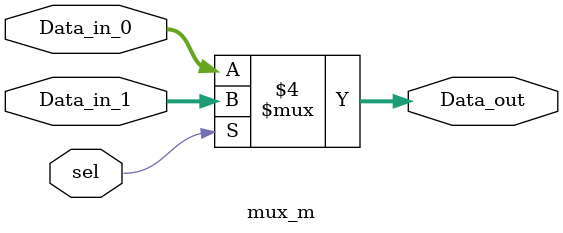
<source format=v>
module mips(clock);
//This is a basic matrix multiplication of a 3X3 matrix using mips pipelining
//with forwarding unit and hardcoded stalling.
input clock;

reg [31:0] pc;
wire pc_src;
wire [31:0] pc_wire, pc_wire_add, pc_wire1, pc_wire2, pc_wire3, pc_wire4, pc_wire5, pc_wire6, pc_wire7;
wire [31:0] instruction_wire, instruction_wire1;
wire reg_write;
wire [31:0] write_data;
wire [4:0] write_reg;
wire [31:0] read_data1, read_data1_1, read_data2, read_data2_1;
wire [1:0] wb_wire, wb_wire1, wb_wire2;
wire [2:0] m_wire, m_wire1;
wire [3:0] ex_wire;
wire [1:0] alu_op;
wire reg_dst, alu_src;
wire [31:0] funct_and_add_wire;
wire [4:0] targ_wire1, targ_wire2;
wire [31:0] alu_in_2;
wire [3:0] alu_sig_wire;
wire [31:0] alu_result, alu_result1, alu_result2;
wire zero_flag, zero_flag1;
wire [4:0] write_back_reg_wire, write_back_reg_wire1, write_back_reg_wire2;
wire branch, mem_write, mem_read;
wire [31:0] write_reg_data_mem;
wire [31:0] read_data_wire, read_data_wire1;
wire mem_to_reg;
wire [31:0] mux_out;
wire [31:0] add_out;

assign pc_wire = 1;
assign pc_src = 0;
assign pc_wire_add = 1;
assign pc_wire7 = 2;

mux_m m1(add_out, pc_wire7, pc_src, mux_out);
//Program counter to be output of mux//
always @(posedge clock)
begin
	if(pc_src == 1 || pc_src == 0)
    begin
	    pc = mux_out;
    end
end
//Setting initial value to be starting of  Program Counter//
initial
begin
	pc = pc_wire;
end
assign pc_wire2 = pc;
instr_mem_file i1(pc_wire2, instruction_wire);

bit_32_adder b1(clock, pc_wire2, 1, add_out);
assign pc_wire3 = add_out;

if_id_pipe_reg p1(clock, instruction_wire,instruction_wire1, add_out, pc_wire4);

reg_file rf1(clock, reg_write, write_back_reg_wire2, instruction_wire1[25:21], instruction_wire1[20:16], read_data1, read_data2, write_data);

control c1(instruction_wire1[31:26], wb_wire, m_wire, ex_wire);

id_ex_pipe_reg ip1(clock, wb_wire, wb_wire1, m_wire, m_wire1, ex_wire, alu_op, alu_src, reg_dst, pc_wire4, pc_wire5, read_data1, read_data1_1, read_data2, read_data2_1, instruction_wire1[20:16], targ_wire1, instruction_wire1[15:11], targ_wire2, instruction_wire1[15:0], funct_and_add_wire);
reg [1:0] forward_a,forward_b;
wire [1:0] forward_aa,forward_bb;
always@(posedge clock)
begin
    forward_a = forward_aa;
    forward_b = forward_bb;
end
initial
begin
    forward_a = 2'b00;
    forward_b = 2'b00;
end
bit_32_adder b2(clock, pc_wire5, funct_and_add_wire, pc_wire6);
mux m2(read_data2_1, funct_and_add_wire, alu_src, alu_in_2);
alu_control ac1(alu_op, funct_and_add_wire[5:0], alu_sig_wire);
//mux_4_1 m5(read_data1_1,write_data,alu_result1,forward_a,read_data1);
//mux_4_1 m6(read_data2_1,write_data,alu_result1,forward_b,alu_in_2);
alu al1(read_data1, alu_in_2, alu_sig_wire, alu_result, zero_flag);
forwarding_unit f(clock,instruction_wire1[25:21],write_back_reg_wire2,write_reg,targ_wire1,wb_wire2[1:1],reg_write,forward_aa,forward_bb);
mux_5_bit m3(targ_wire1, targ_wire2, reg_dst, write_back_reg_wire);

ex_mem_pipe_reg ep1(clock, wb_wire1, wb_wire2, m_wire1, branch, mem_write, mem_read, zero_flag, zero_flag1, alu_result, alu_result1, read_data2_1, write_reg_data_mem, write_back_reg_wire, write_back_reg_wire2, pc_wire6, pc_wire7);


and a1(pc_src, branch, zero_flag1);

data_memory dm1(clock, alu_result1, write_reg_data_mem, mem_read, mem_write, read_data_wire);

mem_wb_pipe_reg mp1(clock, wb_wire, mem_to_reg, reg_write, read_data_wire, read_data_wire1, alu_result1, alu_result2, write_back_reg_wire2, write_reg);

mux m4(alu_result2, read_data_wire1,  mem_to_reg, write_data);


endmodule

module bit_32_adder(clock, in1, in2, out);

input clock;
input [31:0] in1, in2;
output reg[31:0] out;

always @(posedge clock)
begin
	out = in1 + in2;
end

endmodule
module adder32(
	   // Outputs
		     result, 
		 //       // Inputs
		          a, b
		              
);
input[31:0] a;
input[31:0] b;
output [31:0] result;
wire [32:0] sum = {1'b0,a} + {1'b0,b};
assign      result = sum[32] ? sum[32:1]: sum[31:0];
endmodule // adder32

module mux_m(Data_in_0, Data_in_1, sel, Data_out);

	input [31:0] Data_in_0;
	input [31:0] Data_in_1;
	input sel;
	output reg [31:0] Data_out;

	always @(Data_in_0,Data_in_1,sel)
	begin
		if(sel == 1'b0) 
			Data_out = Data_in_0;
		else
			Data_out = Data_in_1;
	end
endmodule

</source>
